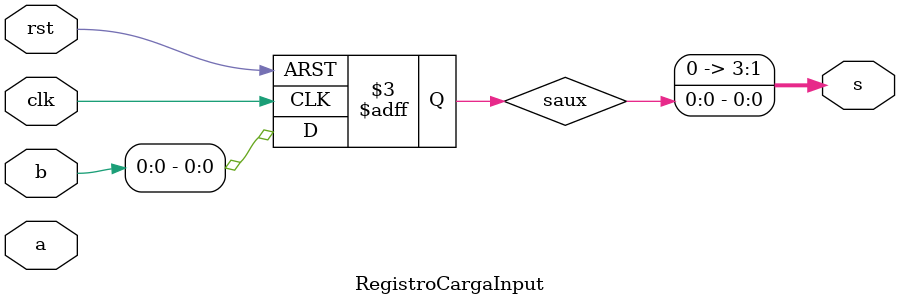
<source format=sv>
module RegistroCargaInput
#(parameter N = 2)
(
	input [N-1:0] a,
	input [N-1:0] b,
	input clk,
	input rst,
	output [(2*N)-1:0] s
);

	logic saux=0;
	always @ (posedge clk or posedge rst)
		if (rst)
			saux=0;
		else
			saux={a,b};
	
	assign s=saux;
	
endmodule
</source>
